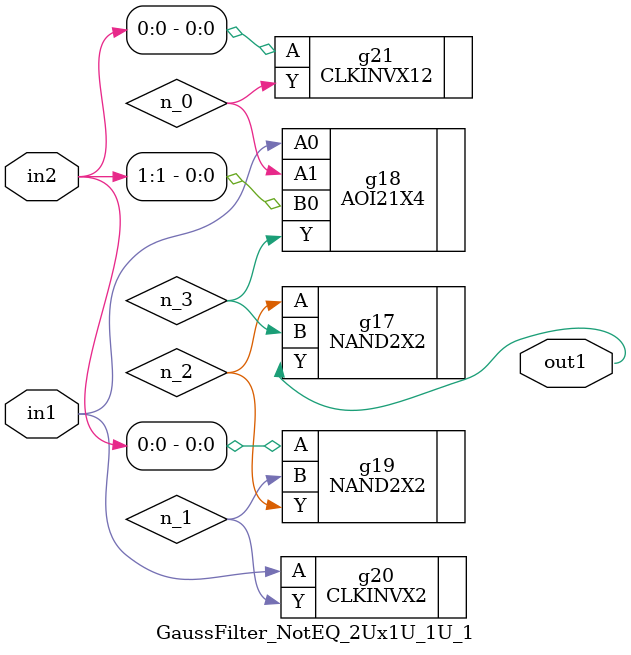
<source format=v>
`timescale 1ps / 1ps


module GaussFilter_NotEQ_2Ux1U_1U_1(in2, in1, out1);
  input [1:0] in2;
  input in1;
  output out1;
  wire [1:0] in2;
  wire in1;
  wire out1;
  wire n_0, n_1, n_2, n_3;
  NAND2X2 g17(.A (n_2), .B (n_3), .Y (out1));
  AOI21X4 g18(.A0 (in1), .A1 (n_0), .B0 (in2[1]), .Y (n_3));
  NAND2X2 g19(.A (in2[0]), .B (n_1), .Y (n_2));
  CLKINVX2 g20(.A (in1), .Y (n_1));
  CLKINVX12 g21(.A (in2[0]), .Y (n_0));
endmodule



</source>
